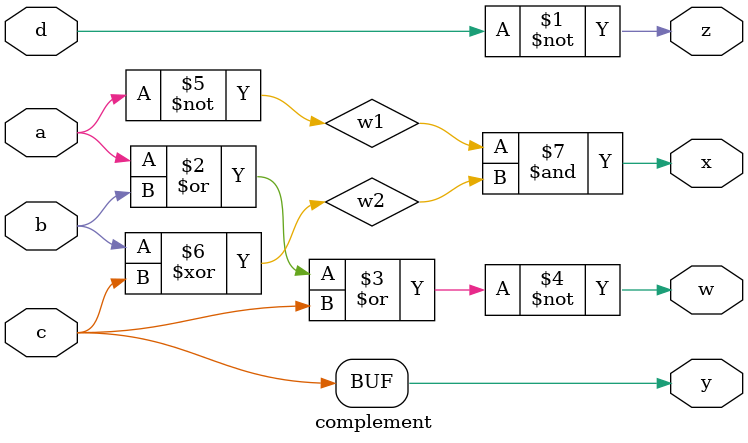
<source format=v>

module complement(a,b,c,d,w,x,y,z);
   
    input a,b,c,d;
	output w,x,y,z;
	wire w1,w2,w3,w4;
	
	assign z=~d;
	assign y=c;
	assign w=~(a|b|c);
	assign w1=~a;
	assign w2=b^c;
	assign x=w1 & w2;
	
endmodule
</source>
